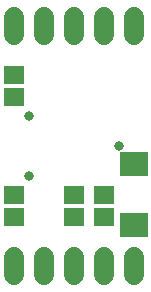
<source format=gbs>
G75*
%MOIN*%
%OFA0B0*%
%FSLAX25Y25*%
%IPPOS*%
%LPD*%
%AMOC8*
5,1,8,0,0,1.08239X$1,22.5*
%
%ADD10R,0.06706X0.05918*%
%ADD11R,0.09461X0.07887*%
%ADD12C,0.03162*%
%ADD13C,0.06800*%
D10*
X0018000Y0032752D03*
X0018000Y0040232D03*
X0038000Y0040232D03*
X0038000Y0032752D03*
X0048000Y0032752D03*
X0048000Y0040232D03*
X0018000Y0072752D03*
X0018000Y0080232D03*
D11*
X0058000Y0050281D03*
X0058000Y0030203D03*
D12*
X0053000Y0056492D03*
X0023000Y0046492D03*
X0023000Y0066492D03*
D13*
X0018000Y0019492D02*
X0018000Y0013492D01*
X0028000Y0013492D02*
X0028000Y0019492D01*
X0038000Y0019492D02*
X0038000Y0013492D01*
X0048000Y0013492D02*
X0048000Y0019492D01*
X0058000Y0019492D02*
X0058000Y0013492D01*
X0058000Y0093492D02*
X0058000Y0099492D01*
X0048000Y0099492D02*
X0048000Y0093492D01*
X0038000Y0093492D02*
X0038000Y0099492D01*
X0028000Y0099492D02*
X0028000Y0093492D01*
X0018000Y0093492D02*
X0018000Y0099492D01*
M02*

</source>
